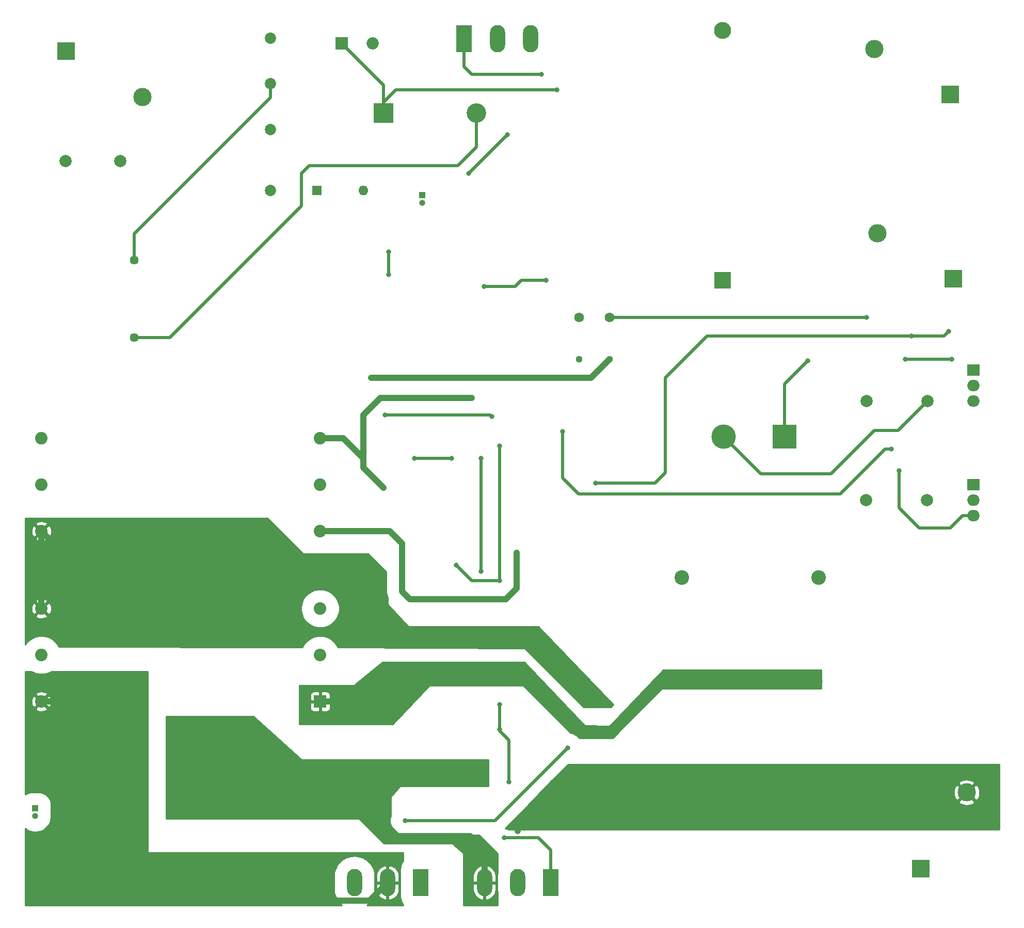
<source format=gbr>
%TF.GenerationSoftware,KiCad,Pcbnew,(5.1.8)-1*%
%TF.CreationDate,2021-03-07T20:35:29-08:00*%
%TF.ProjectId,KiCAD Simulations,4b694341-4420-4536-996d-756c6174696f,rev?*%
%TF.SameCoordinates,Original*%
%TF.FileFunction,Copper,L2,Bot*%
%TF.FilePolarity,Positive*%
%FSLAX46Y46*%
G04 Gerber Fmt 4.6, Leading zero omitted, Abs format (unit mm)*
G04 Created by KiCad (PCBNEW (5.1.8)-1) date 2021-03-07 20:35:29*
%MOMM*%
%LPD*%
G01*
G04 APERTURE LIST*
%TA.AperFunction,ComponentPad*%
%ADD10C,2.049999*%
%TD*%
%TA.AperFunction,ComponentPad*%
%ADD11R,2.049999X2.049999*%
%TD*%
%TA.AperFunction,ComponentPad*%
%ADD12O,1.600000X1.600000*%
%TD*%
%TA.AperFunction,ComponentPad*%
%ADD13R,1.600000X1.600000*%
%TD*%
%TA.AperFunction,ComponentPad*%
%ADD14C,2.000000*%
%TD*%
%TA.AperFunction,ComponentPad*%
%ADD15O,2.000000X2.000000*%
%TD*%
%TA.AperFunction,ComponentPad*%
%ADD16R,2.000000X2.000000*%
%TD*%
%TA.AperFunction,ComponentPad*%
%ADD17O,3.200000X3.200000*%
%TD*%
%TA.AperFunction,ComponentPad*%
%ADD18R,3.200000X3.200000*%
%TD*%
%TA.AperFunction,ComponentPad*%
%ADD19O,2.800000X2.800000*%
%TD*%
%TA.AperFunction,ComponentPad*%
%ADD20R,2.800000X2.800000*%
%TD*%
%TA.AperFunction,ComponentPad*%
%ADD21C,3.000000*%
%TD*%
%TA.AperFunction,ComponentPad*%
%ADD22R,3.000000X3.000000*%
%TD*%
%TA.AperFunction,ComponentPad*%
%ADD23O,1.000000X1.000000*%
%TD*%
%TA.AperFunction,ComponentPad*%
%ADD24R,1.000000X1.000000*%
%TD*%
%TA.AperFunction,ComponentPad*%
%ADD25C,1.447800*%
%TD*%
%TA.AperFunction,ComponentPad*%
%ADD26C,1.117600*%
%TD*%
%TA.AperFunction,ComponentPad*%
%ADD27C,2.400000*%
%TD*%
%TA.AperFunction,ComponentPad*%
%ADD28C,4.000000*%
%TD*%
%TA.AperFunction,ComponentPad*%
%ADD29R,4.000000X4.000000*%
%TD*%
%TA.AperFunction,ComponentPad*%
%ADD30O,2.500000X4.500000*%
%TD*%
%TA.AperFunction,ComponentPad*%
%ADD31R,2.500000X4.500000*%
%TD*%
%TA.AperFunction,ComponentPad*%
%ADD32O,2.000000X1.905000*%
%TD*%
%TA.AperFunction,ComponentPad*%
%ADD33R,2.000000X1.905000*%
%TD*%
%TA.AperFunction,ComponentPad*%
%ADD34C,1.600000*%
%TD*%
%TA.AperFunction,ComponentPad*%
%ADD35C,1.854200*%
%TD*%
%TA.AperFunction,ViaPad*%
%ADD36C,0.800000*%
%TD*%
%TA.AperFunction,Conductor*%
%ADD37C,0.500000*%
%TD*%
%TA.AperFunction,Conductor*%
%ADD38C,1.000000*%
%TD*%
%TA.AperFunction,Conductor*%
%ADD39C,0.250000*%
%TD*%
%TA.AperFunction,Conductor*%
%ADD40C,0.254000*%
%TD*%
%TA.AperFunction,Conductor*%
%ADD41C,0.100000*%
%TD*%
G04 APERTURE END LIST*
D10*
%TO.P,TR1,5*%
%TO.N,Net-(QM3-Pad3)*%
X55626000Y-86614000D03*
%TO.P,TR1,*%
%TO.N,*%
X55626000Y-94234000D03*
%TO.P,TR1,6*%
%TO.N,Net-(Cout21-Pad1)*%
X55626000Y-101854000D03*
%TO.P,TR1,7*%
X55626000Y-114554000D03*
%TO.P,TR1,*%
%TO.N,*%
X55626000Y-122174000D03*
%TO.P,TR1,8*%
%TO.N,Net-(QM4-Pad2)*%
X55626000Y-129794000D03*
D11*
%TO.P,TR1,1*%
%TO.N,Net-(Lr1-Pad1)*%
X101346000Y-129794000D03*
D10*
%TO.P,TR1,*%
%TO.N,*%
X101346000Y-122174000D03*
%TO.P,TR1,2*%
%TO.N,Net-(Cisns2-Pad2)*%
X101346000Y-114554000D03*
%TO.P,TR1,3*%
%TO.N,Net-(Rbw1-Pad1)*%
X101346000Y-101854000D03*
%TO.P,TR1,*%
%TO.N,*%
X101346000Y-94234000D03*
%TO.P,TR1,4*%
%TO.N,GND*%
X101346000Y-86614000D03*
%TD*%
D12*
%TO.P,Disense1,2*%
%TO.N,GND*%
X108458000Y-45974000D03*
D13*
%TO.P,Disense1,1*%
%TO.N,Net-(Cisense1-Pad1)*%
X100838000Y-45974000D03*
%TD*%
D14*
%TO.P,Cr1,2*%
%TO.N,Net-(Cisns2-Pad2)*%
X190914000Y-96774000D03*
%TO.P,Cr1,1*%
%TO.N,Net-(Cin2-Pad1)*%
X200914000Y-96774000D03*
%TD*%
D15*
%TO.P,Dstart1,2*%
%TO.N,Net-(Cin1-Pad1)*%
X109982000Y-21844000D03*
D16*
%TO.P,Dstart1,1*%
%TO.N,Net-(Cout1-Pad1)*%
X104902000Y-21844000D03*
%TD*%
D17*
%TO.P,Dboost1,2*%
%TO.N,Net-(Dboost1-Pad2)*%
X127000000Y-33274000D03*
D18*
%TO.P,Dboost1,1*%
%TO.N,Net-(Cout1-Pad1)*%
X111760000Y-33274000D03*
%TD*%
D19*
%TO.P,Coutx1,2*%
%TO.N,GND*%
X167386000Y-19706000D03*
D20*
%TO.P,Coutx1,1*%
%TO.N,Net-(Cout1-Pad1)*%
X167386000Y-60706000D03*
%TD*%
D21*
%TO.P,J6,2*%
%TO.N,GND1*%
X207398000Y-144726000D03*
D22*
%TO.P,J6,1*%
%TO.N,Net-(Cout21-Pad1)*%
X199898000Y-157226000D03*
%TD*%
D23*
%TO.P,J5,2*%
%TO.N,Net-(Cvcc21-Pad1)*%
X54610000Y-148590000D03*
D24*
%TO.P,J5,1*%
%TO.N,GND*%
X54610000Y-147320000D03*
%TD*%
D21*
%TO.P,J4,2*%
%TO.N,Net-(Cin2-Pad1)*%
X192732000Y-52952000D03*
D22*
%TO.P,J4,1*%
%TO.N,GND*%
X205232000Y-60452000D03*
%TD*%
D21*
%TO.P,J3,2*%
%TO.N,GND*%
X192224000Y-22726000D03*
D22*
%TO.P,J3,1*%
%TO.N,Net-(Cout1-Pad1)*%
X204724000Y-30226000D03*
%TD*%
D23*
%TO.P,J2,2*%
%TO.N,Net-(Cvcc1-Pad1)*%
X118110000Y-48006000D03*
D24*
%TO.P,J2,1*%
%TO.N,GND*%
X118110000Y-46736000D03*
%TD*%
D21*
%TO.P,J1,2*%
%TO.N,Net-(J1-Pad2)*%
X72190000Y-30614000D03*
D22*
%TO.P,J1,1*%
%TO.N,Net-(J1-Pad1)*%
X59690000Y-23114000D03*
%TD*%
D25*
%TO.P,L1,2*%
%TO.N,Net-(Dboost1-Pad2)*%
X70866000Y-70104000D03*
%TO.P,L1,1*%
%TO.N,Net-(Cin1-Pad1)*%
X70866000Y-57404000D03*
%TD*%
D14*
%TO.P,Rntc1,2*%
%TO.N,Net-(J1-Pad1)*%
X59580000Y-41148000D03*
%TO.P,Rntc1,1*%
%TO.N,Net-(Rntc1-Pad1)*%
X68580000Y-41148000D03*
%TD*%
%TO.P,Cr2,2*%
%TO.N,GND*%
X201008000Y-80518000D03*
%TO.P,Cr2,1*%
%TO.N,Net-(Cisns2-Pad2)*%
X191008000Y-80518000D03*
%TD*%
D26*
%TO.P,Cisns2,2*%
%TO.N,Net-(Cisns2-Pad2)*%
X148804000Y-73660000D03*
%TO.P,Cisns2,1*%
%TO.N,Net-(Cisns1-Pad1)*%
X143804000Y-73660000D03*
%TD*%
D27*
%TO.P,Cinx1,2*%
%TO.N,GND*%
X160634000Y-109474000D03*
%TO.P,Cinx1,1*%
%TO.N,Net-(Cin2-Pad1)*%
X183134000Y-109474000D03*
%TD*%
D28*
%TO.P,Cin2,2*%
%TO.N,GND*%
X167546000Y-86360000D03*
D29*
%TO.P,Cin2,1*%
%TO.N,Net-(Cin2-Pad1)*%
X177546000Y-86360000D03*
%TD*%
D30*
%TO.P,QM4,3*%
%TO.N,GND1*%
X106956000Y-159512000D03*
%TO.P,QM4,2*%
%TO.N,Net-(QM4-Pad2)*%
X112406000Y-159512000D03*
D31*
%TO.P,QM4,1*%
%TO.N,Net-(QM4-Pad1)*%
X117856000Y-159512000D03*
%TD*%
D30*
%TO.P,QM3,3*%
%TO.N,Net-(QM3-Pad3)*%
X128292000Y-159512000D03*
%TO.P,QM3,2*%
%TO.N,GND1*%
X133742000Y-159512000D03*
D31*
%TO.P,QM3,1*%
%TO.N,Net-(QM3-Pad1)*%
X139192000Y-159512000D03*
%TD*%
D32*
%TO.P,QM2,3*%
%TO.N,GND*%
X208534000Y-80518000D03*
%TO.P,QM2,2*%
%TO.N,/LLC/HS*%
X208534000Y-77978000D03*
D33*
%TO.P,QM2,1*%
%TO.N,Net-(QM2-Pad1)*%
X208534000Y-75438000D03*
%TD*%
D32*
%TO.P,QM1,3*%
%TO.N,/LLC/HS*%
X208534000Y-99314000D03*
%TO.P,QM1,2*%
%TO.N,Net-(Cin2-Pad1)*%
X208534000Y-96774000D03*
D33*
%TO.P,QM1,1*%
%TO.N,Net-(QM1-Pad1)*%
X208534000Y-94234000D03*
%TD*%
D34*
%TO.P,Cvcr1,2*%
%TO.N,Net-(Cvcr1-Pad2)*%
X143844000Y-66802000D03*
%TO.P,Cvcr1,1*%
%TO.N,Net-(Cisns2-Pad2)*%
X148844000Y-66802000D03*
%TD*%
D35*
%TO.P,Uac1,4*%
%TO.N,Net-(J1-Pad2)*%
X93218000Y-20973999D03*
%TO.P,Uac1,3*%
%TO.N,Net-(Cin1-Pad1)*%
X93218000Y-28474000D03*
%TO.P,Uac1,2*%
%TO.N,Net-(Cin1-Pad2)*%
X93218000Y-35974000D03*
%TO.P,Uac1,1*%
%TO.N,Net-(Rntc1-Pad1)*%
X93218000Y-45974000D03*
%TD*%
D30*
%TO.P,Q1,3*%
%TO.N,GND*%
X135868000Y-21082000D03*
%TO.P,Q1,2*%
%TO.N,Net-(Dboost1-Pad2)*%
X130418000Y-21082000D03*
D31*
%TO.P,Q1,1*%
%TO.N,Net-(Dturnoff1-Pad2)*%
X124968000Y-21082000D03*
%TD*%
D36*
%TO.N,Net-(Cout1-Pad1)*%
X140208000Y-29464000D03*
%TO.N,Net-(Cvsense1-Pad1)*%
X138430000Y-60706000D03*
X128270000Y-61722000D03*
%TO.N,Net-(Dturnoff1-Pad2)*%
X137668000Y-26924000D03*
%TO.N,Net-(Dturnoff1-Pad1)*%
X125730000Y-43180000D03*
X132080000Y-36830000D03*
%TO.N,/LLC/BLK*%
X130810000Y-109982000D03*
X130810000Y-87884000D03*
X123698000Y-107442000D03*
%TO.N,GND*%
X126238000Y-80010000D03*
X112575000Y-59743000D03*
X112575000Y-56081000D03*
X111760000Y-94742000D03*
%TO.N,Net-(Cisns1-Pad1)*%
X122936000Y-89916000D03*
X116840000Y-89916000D03*
%TO.N,Net-(Cin2-Pad1)*%
X181356000Y-73914000D03*
%TO.N,/LLC/HS*%
X196342000Y-91948000D03*
%TO.N,Net-(QM2-Pad1)*%
X204978000Y-73660000D03*
X197358000Y-73660000D03*
%TO.N,Net-(QM3-Pad3)*%
X124460000Y-141986000D03*
X125730000Y-140970000D03*
X122936000Y-140970000D03*
X81788000Y-135636000D03*
X78994000Y-135890000D03*
X79502000Y-133858000D03*
X86106000Y-133604000D03*
X86614000Y-135890000D03*
X83820000Y-133604000D03*
X84836000Y-135382000D03*
X79756000Y-137160000D03*
X81788000Y-134112000D03*
X77724000Y-134366000D03*
X89408000Y-136652000D03*
X88900000Y-134366000D03*
X83566000Y-137414000D03*
%TO.N,Net-(QM3-Pad1)*%
X131572000Y-152146000D03*
%TO.N,Net-(Rbw1-Pad1)*%
X133604000Y-105410000D03*
%TO.N,/LLC/LO*%
X198374000Y-69850000D03*
X146558000Y-93980000D03*
X204470000Y-69088000D03*
%TO.N,/LLC/HO*%
X141097000Y-85471000D03*
X195072000Y-88392000D03*
%TO.N,Net-(Cisns2-Pad2)*%
X191008000Y-66802000D03*
X109728000Y-76708000D03*
%TO.N,Net-(U1LLC1-Pad5)*%
X127762000Y-89916000D03*
X127762000Y-108458000D03*
%TO.N,Net-(Cout21-Pad1)*%
X115316000Y-149352000D03*
X141986000Y-137414000D03*
X147066000Y-129540000D03*
%TO.N,Net-(Cvcc21-Pad1)*%
X129540000Y-83058000D03*
X112014000Y-82804000D03*
%TO.N,Net-(Lr1-Pad1)*%
X181864000Y-126492000D03*
X181102000Y-125222000D03*
X182880000Y-125222000D03*
X183388000Y-126492000D03*
X180594000Y-126492000D03*
%TO.N,GND1*%
X132334000Y-143002000D03*
X130810000Y-130302000D03*
X130810000Y-134366000D03*
X133731000Y-151003000D03*
X151892000Y-147066000D03*
X196088000Y-147066000D03*
X173736000Y-147066000D03*
X161036000Y-147066000D03*
X186436000Y-147066000D03*
X203708000Y-147066000D03*
X134239000Y-149733000D03*
X134874000Y-150622000D03*
X156210000Y-146812000D03*
X164084000Y-147066000D03*
X168402000Y-147066000D03*
X171196000Y-146812000D03*
X177292000Y-146558000D03*
X180340000Y-147320000D03*
X183642000Y-147066000D03*
X189230000Y-147066000D03*
X191770000Y-147066000D03*
X198882000Y-146812000D03*
X201930000Y-146812000D03*
%TD*%
D37*
%TO.N,Net-(Cin1-Pad1)*%
X70866000Y-57404000D02*
X70866000Y-53086000D01*
X93218000Y-30734000D02*
X93218000Y-28474000D01*
X70866000Y-53086000D02*
X93218000Y-30734000D01*
%TO.N,Net-(Dboost1-Pad2)*%
X127000000Y-38862000D02*
X127000000Y-33274000D01*
X123952000Y-41910000D02*
X127000000Y-38862000D01*
X99568000Y-41910000D02*
X123952000Y-41910000D01*
X98298000Y-43180000D02*
X99568000Y-41910000D01*
X98298000Y-48514000D02*
X98298000Y-43180000D01*
X76708000Y-70104000D02*
X98298000Y-48514000D01*
X70866000Y-70104000D02*
X76708000Y-70104000D01*
%TO.N,Net-(Cout1-Pad1)*%
X111760000Y-33274000D02*
X111760000Y-31496000D01*
X111760000Y-31496000D02*
X113792000Y-29464000D01*
X113792000Y-29464000D02*
X140208000Y-29464000D01*
X111760000Y-28702000D02*
X104902000Y-21844000D01*
X111760000Y-33274000D02*
X111760000Y-28702000D01*
%TO.N,Net-(Cvsense1-Pad1)*%
X138430000Y-60706000D02*
X134366000Y-60706000D01*
X134366000Y-60706000D02*
X133350000Y-61722000D01*
X133350000Y-61722000D02*
X128270000Y-61722000D01*
%TO.N,Net-(Dturnoff1-Pad2)*%
X137668000Y-26924000D02*
X126238000Y-26924000D01*
X124968000Y-25654000D02*
X124968000Y-21082000D01*
X126238000Y-26924000D02*
X124968000Y-25654000D01*
%TO.N,Net-(Dturnoff1-Pad1)*%
X125730000Y-43180000D02*
X132080000Y-36830000D01*
%TO.N,/LLC/BLK*%
X130810000Y-87884000D02*
X130810000Y-108966000D01*
X130810000Y-108966000D02*
X130810000Y-109982000D01*
X130810000Y-109982000D02*
X126238000Y-109982000D01*
X126238000Y-109982000D02*
X123698000Y-107442000D01*
X123698000Y-107442000D02*
X123698000Y-107442000D01*
%TO.N,GND*%
X167546000Y-86360000D02*
X173642000Y-92456000D01*
X173642000Y-92456000D02*
X185166000Y-92456000D01*
X185166000Y-92456000D02*
X192278000Y-85344000D01*
X196182000Y-85344000D02*
X201008000Y-80518000D01*
X192278000Y-85344000D02*
X196182000Y-85344000D01*
D38*
X126238000Y-80010000D02*
X111252000Y-80010000D01*
X111252000Y-80010000D02*
X108458000Y-82804000D01*
D37*
X112575000Y-59743000D02*
X112575000Y-56081000D01*
D38*
X108458000Y-91440000D02*
X111760000Y-94742000D01*
X105156000Y-86614000D02*
X108458000Y-89916000D01*
X101346000Y-86614000D02*
X105156000Y-86614000D01*
X108458000Y-89916000D02*
X108458000Y-91440000D01*
X108458000Y-82804000D02*
X108458000Y-89916000D01*
D37*
%TO.N,Net-(Cisns1-Pad1)*%
X122936000Y-89916000D02*
X116840000Y-89916000D01*
D39*
X116840000Y-89916000D02*
X116840000Y-89916000D01*
D37*
%TO.N,Net-(Cin2-Pad1)*%
X177546000Y-86360000D02*
X177546000Y-77724000D01*
X177546000Y-77724000D02*
X181356000Y-73914000D01*
X181356000Y-73914000D02*
X181356000Y-73914000D01*
%TO.N,/LLC/HS*%
X208534000Y-99314000D02*
X206756000Y-99314000D01*
X206756000Y-99314000D02*
X204724000Y-101346000D01*
X204724000Y-101346000D02*
X199644000Y-101346000D01*
X199644000Y-101346000D02*
X196342000Y-98044000D01*
X196342000Y-98044000D02*
X196342000Y-91948000D01*
X196342000Y-91948000D02*
X196342000Y-91948000D01*
%TO.N,Net-(QM2-Pad1)*%
X204978000Y-73660000D02*
X197358000Y-73660000D01*
X197358000Y-73660000D02*
X197358000Y-73660000D01*
D38*
%TO.N,Net-(QM3-Pad3)*%
X128292000Y-159512000D02*
X128292000Y-154200000D01*
X128292000Y-154200000D02*
X125984000Y-151892000D01*
X125984000Y-151892000D02*
X114046000Y-151892000D01*
X114046000Y-151892000D02*
X111252000Y-149098000D01*
X111252000Y-149098000D02*
X111252000Y-143764000D01*
X111252000Y-143764000D02*
X113030000Y-141986000D01*
X113030000Y-141986000D02*
X124460000Y-141986000D01*
D37*
X124460000Y-141986000D02*
X124460000Y-141986000D01*
D38*
X111252000Y-143764000D02*
X89916000Y-143764000D01*
X89916000Y-143764000D02*
X83566000Y-137414000D01*
X83566000Y-137414000D02*
X81788000Y-135636000D01*
D37*
%TO.N,Net-(QM3-Pad1)*%
X139192000Y-159512000D02*
X139192000Y-154178000D01*
X139192000Y-154178000D02*
X137160000Y-152146000D01*
X137160000Y-152146000D02*
X131572000Y-152146000D01*
X131572000Y-152146000D02*
X131572000Y-152146000D01*
D38*
%TO.N,Net-(QM4-Pad2)*%
X62230000Y-129794000D02*
X55626000Y-129794000D01*
X68834000Y-136398000D02*
X62230000Y-129794000D01*
X68834000Y-158750000D02*
X68834000Y-136398000D01*
X72546010Y-162462010D02*
X68834000Y-158750000D01*
X109455990Y-162462010D02*
X72546010Y-162462010D01*
X112406000Y-159512000D02*
X109455990Y-162462010D01*
D37*
%TO.N,Net-(Rbw1-Pad1)*%
X133604000Y-105410000D02*
X133604000Y-105410000D01*
D38*
X112776000Y-101854000D02*
X101346000Y-101854000D01*
X114808000Y-111760000D02*
X114808000Y-103886000D01*
X116078000Y-113030000D02*
X114808000Y-111760000D01*
X131826000Y-113030000D02*
X116078000Y-113030000D01*
X133604000Y-111252000D02*
X131826000Y-113030000D01*
X114808000Y-103886000D02*
X112776000Y-101854000D01*
X133604000Y-105410000D02*
X133604000Y-111252000D01*
D37*
%TO.N,/LLC/LO*%
X156299998Y-93980000D02*
X157988000Y-92291998D01*
X157988000Y-92291998D02*
X157988000Y-76708000D01*
X157988000Y-76708000D02*
X164846000Y-69850000D01*
X164846000Y-69850000D02*
X198374000Y-69850000D01*
X198374000Y-69850000D02*
X198374000Y-69850000D01*
X146558000Y-93980000D02*
X156299998Y-93980000D01*
X198374000Y-69850000D02*
X203708000Y-69850000D01*
X203708000Y-69850000D02*
X204470000Y-69088000D01*
X204470000Y-69088000D02*
X204470000Y-69088000D01*
%TO.N,/LLC/HO*%
X141097000Y-85471000D02*
X141097000Y-93091000D01*
X141097000Y-93091000D02*
X143764000Y-95758000D01*
X143764000Y-95758000D02*
X186436000Y-95758000D01*
X186436000Y-95758000D02*
X186690000Y-95758000D01*
X186690000Y-95758000D02*
X194056000Y-88392000D01*
X194056000Y-88392000D02*
X195072000Y-88392000D01*
X195072000Y-88392000D02*
X195072000Y-88392000D01*
%TO.N,Net-(Cisns2-Pad2)*%
X191008000Y-66802000D02*
X148844000Y-66802000D01*
D38*
X145756000Y-76708000D02*
X148804000Y-73660000D01*
X145756000Y-76708000D02*
X109728000Y-76708000D01*
D37*
%TO.N,Net-(U1LLC1-Pad5)*%
X127762000Y-89916000D02*
X127762000Y-108458000D01*
X127762000Y-108458000D02*
X127762000Y-108458000D01*
%TO.N,Net-(Cout21-Pad1)*%
X115316000Y-149352000D02*
X130048000Y-149352000D01*
X130048000Y-149352000D02*
X141986000Y-137414000D01*
X141986000Y-137414000D02*
X141986000Y-137414000D01*
D38*
X111506000Y-114808000D02*
X115316000Y-118618000D01*
X115316000Y-118618000D02*
X136144000Y-118618000D01*
X136144000Y-118618000D02*
X147066000Y-129540000D01*
X147066000Y-129540000D02*
X147066000Y-129540000D01*
X55626000Y-101854000D02*
X55626000Y-114554000D01*
X61976000Y-108204000D02*
X55626000Y-101854000D01*
X111506000Y-114808000D02*
X111506000Y-110236000D01*
X109474000Y-108204000D02*
X61976000Y-108204000D01*
X111506000Y-110236000D02*
X109474000Y-108204000D01*
D37*
%TO.N,Net-(Cvcc21-Pad1)*%
X129286000Y-82804000D02*
X129540000Y-83058000D01*
X112014000Y-82804000D02*
X129286000Y-82804000D01*
D38*
%TO.N,Net-(Lr1-Pad1)*%
X110236000Y-129794000D02*
X115062000Y-124968000D01*
X115062000Y-124968000D02*
X134620000Y-124968000D01*
X134620000Y-124968000D02*
X144526000Y-134874000D01*
X144526000Y-134874000D02*
X148590000Y-134874000D01*
X148590000Y-134874000D02*
X156972000Y-126492000D01*
X156972000Y-126492000D02*
X180594000Y-126492000D01*
D37*
X181864000Y-126492000D02*
X181864000Y-126492000D01*
D38*
X110236000Y-129794000D02*
X101346000Y-129794000D01*
X180594000Y-126492000D02*
X181864000Y-126492000D01*
D37*
%TO.N,GND1*%
X132334000Y-143002000D02*
X132334000Y-136144000D01*
X132334000Y-136144000D02*
X130810000Y-134620000D01*
X130810000Y-134620000D02*
X130810000Y-134366000D01*
X130810000Y-130302000D02*
X130810000Y-130302000D01*
X130810000Y-134366000D02*
X130810000Y-130302000D01*
D38*
X133731000Y-151003000D02*
X133731000Y-150241000D01*
X133731000Y-150241000D02*
X134239000Y-149733000D01*
X136906000Y-147066000D02*
X151892000Y-147066000D01*
X151892000Y-147066000D02*
X151892000Y-147066000D01*
X134239000Y-149733000D02*
X136906000Y-147066000D01*
%TD*%
D40*
%TO.N,GND1*%
X212725000Y-150749000D02*
X132189588Y-150749000D01*
X132017410Y-150677681D01*
X131740044Y-150622510D01*
X136002809Y-146217653D01*
X206085952Y-146217653D01*
X206241962Y-146533214D01*
X206616745Y-146724020D01*
X207021551Y-146838044D01*
X207440824Y-146870902D01*
X207858451Y-146821334D01*
X208258383Y-146691243D01*
X208554038Y-146533214D01*
X208710048Y-146217653D01*
X207398000Y-144905605D01*
X206085952Y-146217653D01*
X136002809Y-146217653D01*
X137404902Y-144768824D01*
X205253098Y-144768824D01*
X205302666Y-145186451D01*
X205432757Y-145586383D01*
X205590786Y-145882038D01*
X205906347Y-146038048D01*
X207218395Y-144726000D01*
X207577605Y-144726000D01*
X208889653Y-146038048D01*
X209205214Y-145882038D01*
X209396020Y-145507255D01*
X209510044Y-145102449D01*
X209542902Y-144683176D01*
X209493334Y-144265549D01*
X209363243Y-143865617D01*
X209205214Y-143569962D01*
X208889653Y-143413952D01*
X207577605Y-144726000D01*
X207218395Y-144726000D01*
X205906347Y-143413952D01*
X205590786Y-143569962D01*
X205399980Y-143944745D01*
X205285956Y-144349551D01*
X205253098Y-144768824D01*
X137404902Y-144768824D01*
X138889880Y-143234347D01*
X206085952Y-143234347D01*
X207398000Y-144546395D01*
X208710048Y-143234347D01*
X208554038Y-142918786D01*
X208179255Y-142727980D01*
X207774449Y-142613956D01*
X207355176Y-142581098D01*
X206937549Y-142630666D01*
X206537617Y-142760757D01*
X206241962Y-142918786D01*
X206085952Y-143234347D01*
X138889880Y-143234347D01*
X139028512Y-143091094D01*
X142038606Y-140081000D01*
X212725000Y-140081000D01*
X212725000Y-150749000D01*
%TA.AperFunction,Conductor*%
D41*
G36*
X212725000Y-150749000D02*
G01*
X132189588Y-150749000D01*
X132017410Y-150677681D01*
X131740044Y-150622510D01*
X136002809Y-146217653D01*
X206085952Y-146217653D01*
X206241962Y-146533214D01*
X206616745Y-146724020D01*
X207021551Y-146838044D01*
X207440824Y-146870902D01*
X207858451Y-146821334D01*
X208258383Y-146691243D01*
X208554038Y-146533214D01*
X208710048Y-146217653D01*
X207398000Y-144905605D01*
X206085952Y-146217653D01*
X136002809Y-146217653D01*
X137404902Y-144768824D01*
X205253098Y-144768824D01*
X205302666Y-145186451D01*
X205432757Y-145586383D01*
X205590786Y-145882038D01*
X205906347Y-146038048D01*
X207218395Y-144726000D01*
X207577605Y-144726000D01*
X208889653Y-146038048D01*
X209205214Y-145882038D01*
X209396020Y-145507255D01*
X209510044Y-145102449D01*
X209542902Y-144683176D01*
X209493334Y-144265549D01*
X209363243Y-143865617D01*
X209205214Y-143569962D01*
X208889653Y-143413952D01*
X207577605Y-144726000D01*
X207218395Y-144726000D01*
X205906347Y-143413952D01*
X205590786Y-143569962D01*
X205399980Y-143944745D01*
X205285956Y-144349551D01*
X205253098Y-144768824D01*
X137404902Y-144768824D01*
X138889880Y-143234347D01*
X206085952Y-143234347D01*
X207398000Y-144546395D01*
X208710048Y-143234347D01*
X208554038Y-142918786D01*
X208179255Y-142727980D01*
X207774449Y-142613956D01*
X207355176Y-142581098D01*
X206937549Y-142630666D01*
X206537617Y-142760757D01*
X206241962Y-142918786D01*
X206085952Y-143234347D01*
X138889880Y-143234347D01*
X139028512Y-143091094D01*
X142038606Y-140081000D01*
X212725000Y-140081000D01*
X212725000Y-150749000D01*
G37*
%TD.AperFunction*%
%TD*%
D40*
%TO.N,Net-(Cout21-Pad1)*%
X98462197Y-105499803D02*
X98481443Y-105515597D01*
X98503399Y-105527333D01*
X98527224Y-105534560D01*
X98552000Y-105537000D01*
X109167394Y-105537000D01*
X112181000Y-108550606D01*
X112181000Y-111630955D01*
X112168290Y-111760000D01*
X112181000Y-111889045D01*
X112181000Y-111889047D01*
X112219011Y-112274981D01*
X112369226Y-112770172D01*
X112395000Y-112818392D01*
X112395000Y-113792000D01*
X112397440Y-113816776D01*
X112404667Y-113840601D01*
X112416403Y-113862557D01*
X112428935Y-113878417D01*
X115730935Y-117434417D01*
X115749583Y-117450913D01*
X115771090Y-117463454D01*
X115794630Y-117471557D01*
X115824000Y-117475000D01*
X137105959Y-117475000D01*
X149447911Y-130300951D01*
X149065862Y-130683000D01*
X144578606Y-130683000D01*
X134963803Y-121068197D01*
X134944557Y-121052403D01*
X134922601Y-121040667D01*
X134898776Y-121033440D01*
X134874388Y-121031001D01*
X104245455Y-120937334D01*
X104139265Y-120680969D01*
X103794317Y-120164718D01*
X103355282Y-119725683D01*
X102839031Y-119380735D01*
X102265404Y-119143131D01*
X101656445Y-119022001D01*
X101035555Y-119022001D01*
X100426596Y-119143131D01*
X99852969Y-119380735D01*
X99336718Y-119725683D01*
X98897683Y-120164718D01*
X98552735Y-120680969D01*
X98453881Y-120919623D01*
X58467468Y-120797341D01*
X58419265Y-120680969D01*
X58074317Y-120164718D01*
X57635282Y-119725683D01*
X57119031Y-119380735D01*
X56545404Y-119143131D01*
X55936445Y-119022001D01*
X55315555Y-119022001D01*
X54706596Y-119143131D01*
X54132969Y-119380735D01*
X53616718Y-119725683D01*
X53177683Y-120164718D01*
X52952000Y-120502476D01*
X52952000Y-115707240D01*
X54652365Y-115707240D01*
X54751148Y-115974197D01*
X55045025Y-116117584D01*
X55361228Y-116200883D01*
X55687607Y-116220893D01*
X56011618Y-116176845D01*
X56320809Y-116070432D01*
X56500852Y-115974197D01*
X56599635Y-115707240D01*
X55626000Y-114733605D01*
X54652365Y-115707240D01*
X52952000Y-115707240D01*
X52952000Y-114615607D01*
X53959107Y-114615607D01*
X54003155Y-114939618D01*
X54109568Y-115248809D01*
X54205803Y-115428852D01*
X54472760Y-115527635D01*
X55446395Y-114554000D01*
X55805605Y-114554000D01*
X56779240Y-115527635D01*
X57046197Y-115428852D01*
X57189584Y-115134975D01*
X57272883Y-114818772D01*
X57292893Y-114492393D01*
X57259065Y-114243555D01*
X98194001Y-114243555D01*
X98194001Y-114864445D01*
X98315131Y-115473404D01*
X98552735Y-116047031D01*
X98897683Y-116563282D01*
X99336718Y-117002317D01*
X99852969Y-117347265D01*
X100426596Y-117584869D01*
X101035555Y-117705999D01*
X101656445Y-117705999D01*
X102265404Y-117584869D01*
X102839031Y-117347265D01*
X103355282Y-117002317D01*
X103794317Y-116563282D01*
X104139265Y-116047031D01*
X104376869Y-115473404D01*
X104497999Y-114864445D01*
X104497999Y-114243555D01*
X104376869Y-113634596D01*
X104139265Y-113060969D01*
X103794317Y-112544718D01*
X103355282Y-112105683D01*
X102839031Y-111760735D01*
X102265404Y-111523131D01*
X101656445Y-111402001D01*
X101035555Y-111402001D01*
X100426596Y-111523131D01*
X99852969Y-111760735D01*
X99336718Y-112105683D01*
X98897683Y-112544718D01*
X98552735Y-113060969D01*
X98315131Y-113634596D01*
X98194001Y-114243555D01*
X57259065Y-114243555D01*
X57248845Y-114168382D01*
X57142432Y-113859191D01*
X57046197Y-113679148D01*
X56779240Y-113580365D01*
X55805605Y-114554000D01*
X55446395Y-114554000D01*
X54472760Y-113580365D01*
X54205803Y-113679148D01*
X54062416Y-113973025D01*
X53979117Y-114289228D01*
X53959107Y-114615607D01*
X52952000Y-114615607D01*
X52952000Y-113400760D01*
X54652365Y-113400760D01*
X55626000Y-114374395D01*
X56599635Y-113400760D01*
X56500852Y-113133803D01*
X56206975Y-112990416D01*
X55890772Y-112907117D01*
X55564393Y-112887107D01*
X55240382Y-112931155D01*
X54931191Y-113037568D01*
X54751148Y-113133803D01*
X54652365Y-113400760D01*
X52952000Y-113400760D01*
X52952000Y-103007240D01*
X54652365Y-103007240D01*
X54751148Y-103274197D01*
X55045025Y-103417584D01*
X55361228Y-103500883D01*
X55687607Y-103520893D01*
X56011618Y-103476845D01*
X56320809Y-103370432D01*
X56500852Y-103274197D01*
X56599635Y-103007240D01*
X55626000Y-102033605D01*
X54652365Y-103007240D01*
X52952000Y-103007240D01*
X52952000Y-101915607D01*
X53959107Y-101915607D01*
X54003155Y-102239618D01*
X54109568Y-102548809D01*
X54205803Y-102728852D01*
X54472760Y-102827635D01*
X55446395Y-101854000D01*
X55805605Y-101854000D01*
X56779240Y-102827635D01*
X57046197Y-102728852D01*
X57189584Y-102434975D01*
X57272883Y-102118772D01*
X57292893Y-101792393D01*
X57248845Y-101468382D01*
X57142432Y-101159191D01*
X57046197Y-100979148D01*
X56779240Y-100880365D01*
X55805605Y-101854000D01*
X55446395Y-101854000D01*
X54472760Y-100880365D01*
X54205803Y-100979148D01*
X54062416Y-101273025D01*
X53979117Y-101589228D01*
X53959107Y-101915607D01*
X52952000Y-101915607D01*
X52952000Y-100700760D01*
X54652365Y-100700760D01*
X55626000Y-101674395D01*
X56599635Y-100700760D01*
X56500852Y-100433803D01*
X56206975Y-100290416D01*
X55890772Y-100207117D01*
X55564393Y-100187107D01*
X55240382Y-100231155D01*
X54931191Y-100337568D01*
X54751148Y-100433803D01*
X54652365Y-100700760D01*
X52952000Y-100700760D01*
X52952000Y-99695000D01*
X92657394Y-99695000D01*
X98462197Y-105499803D01*
%TA.AperFunction,Conductor*%
D41*
G36*
X98462197Y-105499803D02*
G01*
X98481443Y-105515597D01*
X98503399Y-105527333D01*
X98527224Y-105534560D01*
X98552000Y-105537000D01*
X109167394Y-105537000D01*
X112181000Y-108550606D01*
X112181000Y-111630955D01*
X112168290Y-111760000D01*
X112181000Y-111889045D01*
X112181000Y-111889047D01*
X112219011Y-112274981D01*
X112369226Y-112770172D01*
X112395000Y-112818392D01*
X112395000Y-113792000D01*
X112397440Y-113816776D01*
X112404667Y-113840601D01*
X112416403Y-113862557D01*
X112428935Y-113878417D01*
X115730935Y-117434417D01*
X115749583Y-117450913D01*
X115771090Y-117463454D01*
X115794630Y-117471557D01*
X115824000Y-117475000D01*
X137105959Y-117475000D01*
X149447911Y-130300951D01*
X149065862Y-130683000D01*
X144578606Y-130683000D01*
X134963803Y-121068197D01*
X134944557Y-121052403D01*
X134922601Y-121040667D01*
X134898776Y-121033440D01*
X134874388Y-121031001D01*
X104245455Y-120937334D01*
X104139265Y-120680969D01*
X103794317Y-120164718D01*
X103355282Y-119725683D01*
X102839031Y-119380735D01*
X102265404Y-119143131D01*
X101656445Y-119022001D01*
X101035555Y-119022001D01*
X100426596Y-119143131D01*
X99852969Y-119380735D01*
X99336718Y-119725683D01*
X98897683Y-120164718D01*
X98552735Y-120680969D01*
X98453881Y-120919623D01*
X58467468Y-120797341D01*
X58419265Y-120680969D01*
X58074317Y-120164718D01*
X57635282Y-119725683D01*
X57119031Y-119380735D01*
X56545404Y-119143131D01*
X55936445Y-119022001D01*
X55315555Y-119022001D01*
X54706596Y-119143131D01*
X54132969Y-119380735D01*
X53616718Y-119725683D01*
X53177683Y-120164718D01*
X52952000Y-120502476D01*
X52952000Y-115707240D01*
X54652365Y-115707240D01*
X54751148Y-115974197D01*
X55045025Y-116117584D01*
X55361228Y-116200883D01*
X55687607Y-116220893D01*
X56011618Y-116176845D01*
X56320809Y-116070432D01*
X56500852Y-115974197D01*
X56599635Y-115707240D01*
X55626000Y-114733605D01*
X54652365Y-115707240D01*
X52952000Y-115707240D01*
X52952000Y-114615607D01*
X53959107Y-114615607D01*
X54003155Y-114939618D01*
X54109568Y-115248809D01*
X54205803Y-115428852D01*
X54472760Y-115527635D01*
X55446395Y-114554000D01*
X55805605Y-114554000D01*
X56779240Y-115527635D01*
X57046197Y-115428852D01*
X57189584Y-115134975D01*
X57272883Y-114818772D01*
X57292893Y-114492393D01*
X57259065Y-114243555D01*
X98194001Y-114243555D01*
X98194001Y-114864445D01*
X98315131Y-115473404D01*
X98552735Y-116047031D01*
X98897683Y-116563282D01*
X99336718Y-117002317D01*
X99852969Y-117347265D01*
X100426596Y-117584869D01*
X101035555Y-117705999D01*
X101656445Y-117705999D01*
X102265404Y-117584869D01*
X102839031Y-117347265D01*
X103355282Y-117002317D01*
X103794317Y-116563282D01*
X104139265Y-116047031D01*
X104376869Y-115473404D01*
X104497999Y-114864445D01*
X104497999Y-114243555D01*
X104376869Y-113634596D01*
X104139265Y-113060969D01*
X103794317Y-112544718D01*
X103355282Y-112105683D01*
X102839031Y-111760735D01*
X102265404Y-111523131D01*
X101656445Y-111402001D01*
X101035555Y-111402001D01*
X100426596Y-111523131D01*
X99852969Y-111760735D01*
X99336718Y-112105683D01*
X98897683Y-112544718D01*
X98552735Y-113060969D01*
X98315131Y-113634596D01*
X98194001Y-114243555D01*
X57259065Y-114243555D01*
X57248845Y-114168382D01*
X57142432Y-113859191D01*
X57046197Y-113679148D01*
X56779240Y-113580365D01*
X55805605Y-114554000D01*
X55446395Y-114554000D01*
X54472760Y-113580365D01*
X54205803Y-113679148D01*
X54062416Y-113973025D01*
X53979117Y-114289228D01*
X53959107Y-114615607D01*
X52952000Y-114615607D01*
X52952000Y-113400760D01*
X54652365Y-113400760D01*
X55626000Y-114374395D01*
X56599635Y-113400760D01*
X56500852Y-113133803D01*
X56206975Y-112990416D01*
X55890772Y-112907117D01*
X55564393Y-112887107D01*
X55240382Y-112931155D01*
X54931191Y-113037568D01*
X54751148Y-113133803D01*
X54652365Y-113400760D01*
X52952000Y-113400760D01*
X52952000Y-103007240D01*
X54652365Y-103007240D01*
X54751148Y-103274197D01*
X55045025Y-103417584D01*
X55361228Y-103500883D01*
X55687607Y-103520893D01*
X56011618Y-103476845D01*
X56320809Y-103370432D01*
X56500852Y-103274197D01*
X56599635Y-103007240D01*
X55626000Y-102033605D01*
X54652365Y-103007240D01*
X52952000Y-103007240D01*
X52952000Y-101915607D01*
X53959107Y-101915607D01*
X54003155Y-102239618D01*
X54109568Y-102548809D01*
X54205803Y-102728852D01*
X54472760Y-102827635D01*
X55446395Y-101854000D01*
X55805605Y-101854000D01*
X56779240Y-102827635D01*
X57046197Y-102728852D01*
X57189584Y-102434975D01*
X57272883Y-102118772D01*
X57292893Y-101792393D01*
X57248845Y-101468382D01*
X57142432Y-101159191D01*
X57046197Y-100979148D01*
X56779240Y-100880365D01*
X55805605Y-101854000D01*
X55446395Y-101854000D01*
X54472760Y-100880365D01*
X54205803Y-100979148D01*
X54062416Y-101273025D01*
X53979117Y-101589228D01*
X53959107Y-101915607D01*
X52952000Y-101915607D01*
X52952000Y-100700760D01*
X54652365Y-100700760D01*
X55626000Y-101674395D01*
X56599635Y-100700760D01*
X56500852Y-100433803D01*
X56206975Y-100290416D01*
X55890772Y-100207117D01*
X55564393Y-100187107D01*
X55240382Y-100231155D01*
X54931191Y-100337568D01*
X54751148Y-100433803D01*
X54652365Y-100700760D01*
X52952000Y-100700760D01*
X52952000Y-99695000D01*
X92657394Y-99695000D01*
X98462197Y-105499803D01*
G37*
%TD.AperFunction*%
%TD*%
D40*
%TO.N,Net-(QM4-Pad2)*%
X54132969Y-124967265D02*
X54706596Y-125204869D01*
X55315555Y-125325999D01*
X55936445Y-125325999D01*
X56545404Y-125204869D01*
X57119031Y-124967265D01*
X57308000Y-124841000D01*
X73025000Y-124841000D01*
X73025000Y-154432000D01*
X73027440Y-154456776D01*
X73034667Y-154480601D01*
X73046403Y-154502557D01*
X73062197Y-154521803D01*
X73081443Y-154537597D01*
X73103399Y-154549333D01*
X73127224Y-154556560D01*
X73152000Y-154559000D01*
X114935000Y-154559000D01*
X114935000Y-155945310D01*
X114828907Y-156074585D01*
X114631401Y-156444094D01*
X114509776Y-156845035D01*
X114468709Y-157262000D01*
X114468709Y-161762000D01*
X114509776Y-162178965D01*
X114631401Y-162579906D01*
X114828907Y-162949415D01*
X114935000Y-163078690D01*
X114935000Y-163202000D01*
X109001419Y-163202000D01*
X109355453Y-162911453D01*
X109777458Y-162397238D01*
X110091036Y-161810575D01*
X110284137Y-161174008D01*
X110333000Y-160677893D01*
X110333000Y-159639000D01*
X110521000Y-159639000D01*
X110521000Y-160639000D01*
X110581996Y-161004305D01*
X110713088Y-161350691D01*
X110909237Y-161664847D01*
X111162906Y-161934699D01*
X111464347Y-162149878D01*
X111801975Y-162302114D01*
X111986355Y-162349695D01*
X112279000Y-162233572D01*
X112279000Y-159639000D01*
X112533000Y-159639000D01*
X112533000Y-162233572D01*
X112825645Y-162349695D01*
X113010025Y-162302114D01*
X113347653Y-162149878D01*
X113649094Y-161934699D01*
X113902763Y-161664847D01*
X114098912Y-161350691D01*
X114230004Y-161004305D01*
X114291000Y-160639000D01*
X114291000Y-159639000D01*
X112533000Y-159639000D01*
X112279000Y-159639000D01*
X110521000Y-159639000D01*
X110333000Y-159639000D01*
X110333000Y-158385000D01*
X110521000Y-158385000D01*
X110521000Y-159385000D01*
X112279000Y-159385000D01*
X112279000Y-156790428D01*
X112533000Y-156790428D01*
X112533000Y-159385000D01*
X114291000Y-159385000D01*
X114291000Y-158385000D01*
X114230004Y-158019695D01*
X114098912Y-157673309D01*
X113902763Y-157359153D01*
X113649094Y-157089301D01*
X113347653Y-156874122D01*
X113010025Y-156721886D01*
X112825645Y-156674305D01*
X112533000Y-156790428D01*
X112279000Y-156790428D01*
X111986355Y-156674305D01*
X111801975Y-156721886D01*
X111464347Y-156874122D01*
X111162906Y-157089301D01*
X110909237Y-157359153D01*
X110713088Y-157673309D01*
X110581996Y-158019695D01*
X110521000Y-158385000D01*
X110333000Y-158385000D01*
X110333000Y-158346107D01*
X110284137Y-157849992D01*
X110091036Y-157213425D01*
X109777458Y-156626762D01*
X109355453Y-156112547D01*
X108841238Y-155690542D01*
X108254575Y-155376964D01*
X107618008Y-155183863D01*
X106956000Y-155118661D01*
X106293993Y-155183863D01*
X105657426Y-155376964D01*
X105070763Y-155690542D01*
X104556548Y-156112547D01*
X104134543Y-156626762D01*
X103820964Y-157213425D01*
X103627863Y-157849992D01*
X103579000Y-158346107D01*
X103579000Y-160677892D01*
X103627863Y-161174007D01*
X103820964Y-161810574D01*
X104134542Y-162397237D01*
X104556547Y-162911453D01*
X104910580Y-163202000D01*
X52952000Y-163202000D01*
X52952000Y-150641626D01*
X53365649Y-150918017D01*
X53843732Y-151116046D01*
X54351263Y-151217000D01*
X54868737Y-151217000D01*
X55376268Y-151116046D01*
X55854351Y-150918017D01*
X56284615Y-150630524D01*
X56650524Y-150264615D01*
X56938017Y-149834351D01*
X57136046Y-149356268D01*
X57237000Y-148848737D01*
X57237000Y-148331263D01*
X57210204Y-148196552D01*
X57247291Y-147820000D01*
X57247291Y-146820000D01*
X57206224Y-146403035D01*
X57084599Y-146002094D01*
X56887093Y-145632585D01*
X56621293Y-145308707D01*
X56297415Y-145042907D01*
X55927906Y-144845401D01*
X55526965Y-144723776D01*
X55110000Y-144682709D01*
X54110000Y-144682709D01*
X53693035Y-144723776D01*
X53292094Y-144845401D01*
X52952000Y-145027184D01*
X52952000Y-130947240D01*
X54652365Y-130947240D01*
X54751148Y-131214197D01*
X55045025Y-131357584D01*
X55361228Y-131440883D01*
X55687607Y-131460893D01*
X56011618Y-131416845D01*
X56320809Y-131310432D01*
X56500852Y-131214197D01*
X56599635Y-130947240D01*
X55626000Y-129973605D01*
X54652365Y-130947240D01*
X52952000Y-130947240D01*
X52952000Y-129855607D01*
X53959107Y-129855607D01*
X54003155Y-130179618D01*
X54109568Y-130488809D01*
X54205803Y-130668852D01*
X54472760Y-130767635D01*
X55446395Y-129794000D01*
X55805605Y-129794000D01*
X56779240Y-130767635D01*
X57046197Y-130668852D01*
X57189584Y-130374975D01*
X57272883Y-130058772D01*
X57292893Y-129732393D01*
X57248845Y-129408382D01*
X57142432Y-129099191D01*
X57046197Y-128919148D01*
X56779240Y-128820365D01*
X55805605Y-129794000D01*
X55446395Y-129794000D01*
X54472760Y-128820365D01*
X54205803Y-128919148D01*
X54062416Y-129213025D01*
X53979117Y-129529228D01*
X53959107Y-129855607D01*
X52952000Y-129855607D01*
X52952000Y-128640760D01*
X54652365Y-128640760D01*
X55626000Y-129614395D01*
X56599635Y-128640760D01*
X56500852Y-128373803D01*
X56206975Y-128230416D01*
X55890772Y-128147117D01*
X55564393Y-128127107D01*
X55240382Y-128171155D01*
X54931191Y-128277568D01*
X54751148Y-128373803D01*
X54652365Y-128640760D01*
X52952000Y-128640760D01*
X52952000Y-124841000D01*
X53944000Y-124841000D01*
X54132969Y-124967265D01*
%TA.AperFunction,Conductor*%
D41*
G36*
X54132969Y-124967265D02*
G01*
X54706596Y-125204869D01*
X55315555Y-125325999D01*
X55936445Y-125325999D01*
X56545404Y-125204869D01*
X57119031Y-124967265D01*
X57308000Y-124841000D01*
X73025000Y-124841000D01*
X73025000Y-154432000D01*
X73027440Y-154456776D01*
X73034667Y-154480601D01*
X73046403Y-154502557D01*
X73062197Y-154521803D01*
X73081443Y-154537597D01*
X73103399Y-154549333D01*
X73127224Y-154556560D01*
X73152000Y-154559000D01*
X114935000Y-154559000D01*
X114935000Y-155945310D01*
X114828907Y-156074585D01*
X114631401Y-156444094D01*
X114509776Y-156845035D01*
X114468709Y-157262000D01*
X114468709Y-161762000D01*
X114509776Y-162178965D01*
X114631401Y-162579906D01*
X114828907Y-162949415D01*
X114935000Y-163078690D01*
X114935000Y-163202000D01*
X109001419Y-163202000D01*
X109355453Y-162911453D01*
X109777458Y-162397238D01*
X110091036Y-161810575D01*
X110284137Y-161174008D01*
X110333000Y-160677893D01*
X110333000Y-159639000D01*
X110521000Y-159639000D01*
X110521000Y-160639000D01*
X110581996Y-161004305D01*
X110713088Y-161350691D01*
X110909237Y-161664847D01*
X111162906Y-161934699D01*
X111464347Y-162149878D01*
X111801975Y-162302114D01*
X111986355Y-162349695D01*
X112279000Y-162233572D01*
X112279000Y-159639000D01*
X112533000Y-159639000D01*
X112533000Y-162233572D01*
X112825645Y-162349695D01*
X113010025Y-162302114D01*
X113347653Y-162149878D01*
X113649094Y-161934699D01*
X113902763Y-161664847D01*
X114098912Y-161350691D01*
X114230004Y-161004305D01*
X114291000Y-160639000D01*
X114291000Y-159639000D01*
X112533000Y-159639000D01*
X112279000Y-159639000D01*
X110521000Y-159639000D01*
X110333000Y-159639000D01*
X110333000Y-158385000D01*
X110521000Y-158385000D01*
X110521000Y-159385000D01*
X112279000Y-159385000D01*
X112279000Y-156790428D01*
X112533000Y-156790428D01*
X112533000Y-159385000D01*
X114291000Y-159385000D01*
X114291000Y-158385000D01*
X114230004Y-158019695D01*
X114098912Y-157673309D01*
X113902763Y-157359153D01*
X113649094Y-157089301D01*
X113347653Y-156874122D01*
X113010025Y-156721886D01*
X112825645Y-156674305D01*
X112533000Y-156790428D01*
X112279000Y-156790428D01*
X111986355Y-156674305D01*
X111801975Y-156721886D01*
X111464347Y-156874122D01*
X111162906Y-157089301D01*
X110909237Y-157359153D01*
X110713088Y-157673309D01*
X110581996Y-158019695D01*
X110521000Y-158385000D01*
X110333000Y-158385000D01*
X110333000Y-158346107D01*
X110284137Y-157849992D01*
X110091036Y-157213425D01*
X109777458Y-156626762D01*
X109355453Y-156112547D01*
X108841238Y-155690542D01*
X108254575Y-155376964D01*
X107618008Y-155183863D01*
X106956000Y-155118661D01*
X106293993Y-155183863D01*
X105657426Y-155376964D01*
X105070763Y-155690542D01*
X104556548Y-156112547D01*
X104134543Y-156626762D01*
X103820964Y-157213425D01*
X103627863Y-157849992D01*
X103579000Y-158346107D01*
X103579000Y-160677892D01*
X103627863Y-161174007D01*
X103820964Y-161810574D01*
X104134542Y-162397237D01*
X104556547Y-162911453D01*
X104910580Y-163202000D01*
X52952000Y-163202000D01*
X52952000Y-150641626D01*
X53365649Y-150918017D01*
X53843732Y-151116046D01*
X54351263Y-151217000D01*
X54868737Y-151217000D01*
X55376268Y-151116046D01*
X55854351Y-150918017D01*
X56284615Y-150630524D01*
X56650524Y-150264615D01*
X56938017Y-149834351D01*
X57136046Y-149356268D01*
X57237000Y-148848737D01*
X57237000Y-148331263D01*
X57210204Y-148196552D01*
X57247291Y-147820000D01*
X57247291Y-146820000D01*
X57206224Y-146403035D01*
X57084599Y-146002094D01*
X56887093Y-145632585D01*
X56621293Y-145308707D01*
X56297415Y-145042907D01*
X55927906Y-144845401D01*
X55526965Y-144723776D01*
X55110000Y-144682709D01*
X54110000Y-144682709D01*
X53693035Y-144723776D01*
X53292094Y-144845401D01*
X52952000Y-145027184D01*
X52952000Y-130947240D01*
X54652365Y-130947240D01*
X54751148Y-131214197D01*
X55045025Y-131357584D01*
X55361228Y-131440883D01*
X55687607Y-131460893D01*
X56011618Y-131416845D01*
X56320809Y-131310432D01*
X56500852Y-131214197D01*
X56599635Y-130947240D01*
X55626000Y-129973605D01*
X54652365Y-130947240D01*
X52952000Y-130947240D01*
X52952000Y-129855607D01*
X53959107Y-129855607D01*
X54003155Y-130179618D01*
X54109568Y-130488809D01*
X54205803Y-130668852D01*
X54472760Y-130767635D01*
X55446395Y-129794000D01*
X55805605Y-129794000D01*
X56779240Y-130767635D01*
X57046197Y-130668852D01*
X57189584Y-130374975D01*
X57272883Y-130058772D01*
X57292893Y-129732393D01*
X57248845Y-129408382D01*
X57142432Y-129099191D01*
X57046197Y-128919148D01*
X56779240Y-128820365D01*
X55805605Y-129794000D01*
X55446395Y-129794000D01*
X54472760Y-128820365D01*
X54205803Y-128919148D01*
X54062416Y-129213025D01*
X53979117Y-129529228D01*
X53959107Y-129855607D01*
X52952000Y-129855607D01*
X52952000Y-128640760D01*
X54652365Y-128640760D01*
X55626000Y-129614395D01*
X56599635Y-128640760D01*
X56500852Y-128373803D01*
X56206975Y-128230416D01*
X55890772Y-128147117D01*
X55564393Y-128127107D01*
X55240382Y-128171155D01*
X54931191Y-128277568D01*
X54751148Y-128373803D01*
X54652365Y-128640760D01*
X52952000Y-128640760D01*
X52952000Y-124841000D01*
X53944000Y-124841000D01*
X54132969Y-124967265D01*
G37*
%TD.AperFunction*%
%TD*%
D40*
%TO.N,Net-(QM3-Pad3)*%
X98212874Y-139286247D02*
X98232896Y-139301043D01*
X98255420Y-139311649D01*
X98279581Y-139317657D01*
X98298000Y-139319000D01*
X128905000Y-139319000D01*
X128905000Y-143637000D01*
X114554000Y-143637000D01*
X114529224Y-143639440D01*
X114505399Y-143646667D01*
X114483443Y-143658403D01*
X114457574Y-143681349D01*
X112933574Y-145459349D01*
X112919303Y-145479749D01*
X112909285Y-145502541D01*
X112903907Y-145526850D01*
X112903000Y-145542000D01*
X112903000Y-148574128D01*
X112886111Y-148614901D01*
X112789000Y-149103112D01*
X112789000Y-149600888D01*
X112886111Y-150089099D01*
X113076602Y-150548983D01*
X113353151Y-150962869D01*
X113705131Y-151314849D01*
X114119017Y-151591398D01*
X114578901Y-151781889D01*
X115067112Y-151879000D01*
X115564888Y-151879000D01*
X116053099Y-151781889D01*
X116180784Y-151729000D01*
X127419394Y-151729000D01*
X130429000Y-154738606D01*
X130429000Y-157800092D01*
X130413863Y-157849992D01*
X130365000Y-158346107D01*
X130365000Y-160677892D01*
X130413863Y-161174007D01*
X130429000Y-161223907D01*
X130429000Y-163202000D01*
X124841000Y-163202000D01*
X124841000Y-159639000D01*
X126407000Y-159639000D01*
X126407000Y-160639000D01*
X126467996Y-161004305D01*
X126599088Y-161350691D01*
X126795237Y-161664847D01*
X127048906Y-161934699D01*
X127350347Y-162149878D01*
X127687975Y-162302114D01*
X127872355Y-162349695D01*
X128165000Y-162233572D01*
X128165000Y-159639000D01*
X128419000Y-159639000D01*
X128419000Y-162233572D01*
X128711645Y-162349695D01*
X128896025Y-162302114D01*
X129233653Y-162149878D01*
X129535094Y-161934699D01*
X129788763Y-161664847D01*
X129984912Y-161350691D01*
X130116004Y-161004305D01*
X130177000Y-160639000D01*
X130177000Y-159639000D01*
X128419000Y-159639000D01*
X128165000Y-159639000D01*
X126407000Y-159639000D01*
X124841000Y-159639000D01*
X124841000Y-158385000D01*
X126407000Y-158385000D01*
X126407000Y-159385000D01*
X128165000Y-159385000D01*
X128165000Y-156790428D01*
X128419000Y-156790428D01*
X128419000Y-159385000D01*
X130177000Y-159385000D01*
X130177000Y-158385000D01*
X130116004Y-158019695D01*
X129984912Y-157673309D01*
X129788763Y-157359153D01*
X129535094Y-157089301D01*
X129233653Y-156874122D01*
X128896025Y-156721886D01*
X128711645Y-156674305D01*
X128419000Y-156790428D01*
X128165000Y-156790428D01*
X127872355Y-156674305D01*
X127687975Y-156721886D01*
X127350347Y-156874122D01*
X127048906Y-157089301D01*
X126795237Y-157359153D01*
X126599088Y-157673309D01*
X126467996Y-158019695D01*
X126407000Y-158385000D01*
X124841000Y-158385000D01*
X124841000Y-154686000D01*
X124838560Y-154661224D01*
X124831333Y-154637399D01*
X124819597Y-154615443D01*
X124796651Y-154589574D01*
X123018651Y-153065574D01*
X122998251Y-153051303D01*
X122975459Y-153041285D01*
X122951150Y-153035907D01*
X122936000Y-153035000D01*
X111812606Y-153035000D01*
X107785803Y-149008197D01*
X107766557Y-148992403D01*
X107744601Y-148980667D01*
X107720776Y-148973440D01*
X107696000Y-148971000D01*
X76073000Y-148971000D01*
X76073000Y-132207000D01*
X90375136Y-132207000D01*
X98212874Y-139286247D01*
%TA.AperFunction,Conductor*%
D41*
G36*
X98212874Y-139286247D02*
G01*
X98232896Y-139301043D01*
X98255420Y-139311649D01*
X98279581Y-139317657D01*
X98298000Y-139319000D01*
X128905000Y-139319000D01*
X128905000Y-143637000D01*
X114554000Y-143637000D01*
X114529224Y-143639440D01*
X114505399Y-143646667D01*
X114483443Y-143658403D01*
X114457574Y-143681349D01*
X112933574Y-145459349D01*
X112919303Y-145479749D01*
X112909285Y-145502541D01*
X112903907Y-145526850D01*
X112903000Y-145542000D01*
X112903000Y-148574128D01*
X112886111Y-148614901D01*
X112789000Y-149103112D01*
X112789000Y-149600888D01*
X112886111Y-150089099D01*
X113076602Y-150548983D01*
X113353151Y-150962869D01*
X113705131Y-151314849D01*
X114119017Y-151591398D01*
X114578901Y-151781889D01*
X115067112Y-151879000D01*
X115564888Y-151879000D01*
X116053099Y-151781889D01*
X116180784Y-151729000D01*
X127419394Y-151729000D01*
X130429000Y-154738606D01*
X130429000Y-157800092D01*
X130413863Y-157849992D01*
X130365000Y-158346107D01*
X130365000Y-160677892D01*
X130413863Y-161174007D01*
X130429000Y-161223907D01*
X130429000Y-163202000D01*
X124841000Y-163202000D01*
X124841000Y-159639000D01*
X126407000Y-159639000D01*
X126407000Y-160639000D01*
X126467996Y-161004305D01*
X126599088Y-161350691D01*
X126795237Y-161664847D01*
X127048906Y-161934699D01*
X127350347Y-162149878D01*
X127687975Y-162302114D01*
X127872355Y-162349695D01*
X128165000Y-162233572D01*
X128165000Y-159639000D01*
X128419000Y-159639000D01*
X128419000Y-162233572D01*
X128711645Y-162349695D01*
X128896025Y-162302114D01*
X129233653Y-162149878D01*
X129535094Y-161934699D01*
X129788763Y-161664847D01*
X129984912Y-161350691D01*
X130116004Y-161004305D01*
X130177000Y-160639000D01*
X130177000Y-159639000D01*
X128419000Y-159639000D01*
X128165000Y-159639000D01*
X126407000Y-159639000D01*
X124841000Y-159639000D01*
X124841000Y-158385000D01*
X126407000Y-158385000D01*
X126407000Y-159385000D01*
X128165000Y-159385000D01*
X128165000Y-156790428D01*
X128419000Y-156790428D01*
X128419000Y-159385000D01*
X130177000Y-159385000D01*
X130177000Y-158385000D01*
X130116004Y-158019695D01*
X129984912Y-157673309D01*
X129788763Y-157359153D01*
X129535094Y-157089301D01*
X129233653Y-156874122D01*
X128896025Y-156721886D01*
X128711645Y-156674305D01*
X128419000Y-156790428D01*
X128165000Y-156790428D01*
X127872355Y-156674305D01*
X127687975Y-156721886D01*
X127350347Y-156874122D01*
X127048906Y-157089301D01*
X126795237Y-157359153D01*
X126599088Y-157673309D01*
X126467996Y-158019695D01*
X126407000Y-158385000D01*
X124841000Y-158385000D01*
X124841000Y-154686000D01*
X124838560Y-154661224D01*
X124831333Y-154637399D01*
X124819597Y-154615443D01*
X124796651Y-154589574D01*
X123018651Y-153065574D01*
X122998251Y-153051303D01*
X122975459Y-153041285D01*
X122951150Y-153035907D01*
X122936000Y-153035000D01*
X111812606Y-153035000D01*
X107785803Y-149008197D01*
X107766557Y-148992403D01*
X107744601Y-148980667D01*
X107720776Y-148973440D01*
X107696000Y-148971000D01*
X76073000Y-148971000D01*
X76073000Y-132207000D01*
X90375136Y-132207000D01*
X98212874Y-139286247D01*
G37*
%TD.AperFunction*%
%TD*%
D40*
%TO.N,Net-(Lr1-Pad1)*%
X144687981Y-133691530D02*
X144706826Y-133707800D01*
X144728482Y-133720081D01*
X144752118Y-133727902D01*
X144775905Y-133730934D01*
X148712905Y-133857934D01*
X148737748Y-133856294D01*
X148761793Y-133849839D01*
X148784116Y-133838817D01*
X148808666Y-133818899D01*
X157661172Y-124587000D01*
X183515000Y-124587000D01*
X183515000Y-127635000D01*
X157480000Y-127635000D01*
X157455224Y-127637440D01*
X157431399Y-127644667D01*
X157409443Y-127656403D01*
X157390197Y-127672197D01*
X149299394Y-135763000D01*
X143908718Y-135763000D01*
X143596869Y-135451151D01*
X143182983Y-135174602D01*
X142723099Y-134984111D01*
X142481700Y-134936094D01*
X134709803Y-127164197D01*
X134690557Y-127148403D01*
X134668601Y-127136667D01*
X134644776Y-127129440D01*
X134620000Y-127127000D01*
X119380000Y-127127000D01*
X119355224Y-127129440D01*
X119331399Y-127136667D01*
X119309443Y-127148403D01*
X119288384Y-127166048D01*
X113229870Y-133477000D01*
X97917000Y-133477000D01*
X97917000Y-130818999D01*
X99682929Y-130818999D01*
X99695189Y-130943481D01*
X99731499Y-131063179D01*
X99790464Y-131173493D01*
X99869816Y-131270184D01*
X99966507Y-131349536D01*
X100076821Y-131408501D01*
X100196519Y-131444811D01*
X100321001Y-131457071D01*
X101060250Y-131453999D01*
X101219000Y-131295249D01*
X101219000Y-129921000D01*
X101473000Y-129921000D01*
X101473000Y-131295249D01*
X101631750Y-131453999D01*
X102370999Y-131457071D01*
X102495481Y-131444811D01*
X102615179Y-131408501D01*
X102725493Y-131349536D01*
X102822184Y-131270184D01*
X102901536Y-131173493D01*
X102960501Y-131063179D01*
X102996811Y-130943481D01*
X103009071Y-130818999D01*
X103005999Y-130079750D01*
X102847249Y-129921000D01*
X101473000Y-129921000D01*
X101219000Y-129921000D01*
X99844751Y-129921000D01*
X99686001Y-130079750D01*
X99682929Y-130818999D01*
X97917000Y-130818999D01*
X97917000Y-128769001D01*
X99682929Y-128769001D01*
X99686001Y-129508250D01*
X99844751Y-129667000D01*
X101219000Y-129667000D01*
X101219000Y-128292751D01*
X101473000Y-128292751D01*
X101473000Y-129667000D01*
X102847249Y-129667000D01*
X103005999Y-129508250D01*
X103009071Y-128769001D01*
X102996811Y-128644519D01*
X102960501Y-128524821D01*
X102901536Y-128414507D01*
X102822184Y-128317816D01*
X102725493Y-128238464D01*
X102615179Y-128179499D01*
X102495481Y-128143189D01*
X102370999Y-128130929D01*
X101631750Y-128134001D01*
X101473000Y-128292751D01*
X101219000Y-128292751D01*
X101060250Y-128134001D01*
X100321001Y-128130929D01*
X100196519Y-128143189D01*
X100076821Y-128179499D01*
X99966507Y-128238464D01*
X99869816Y-128317816D01*
X99790464Y-128414507D01*
X99731499Y-128524821D01*
X99695189Y-128644519D01*
X99682929Y-128769001D01*
X97917000Y-128769001D01*
X97917000Y-127127000D01*
X106934000Y-127127000D01*
X106958776Y-127124560D01*
X106982601Y-127117333D01*
X107004557Y-127105597D01*
X107015303Y-127097564D01*
X111551980Y-123317000D01*
X134819526Y-123317000D01*
X144687981Y-133691530D01*
%TA.AperFunction,Conductor*%
D41*
G36*
X144687981Y-133691530D02*
G01*
X144706826Y-133707800D01*
X144728482Y-133720081D01*
X144752118Y-133727902D01*
X144775905Y-133730934D01*
X148712905Y-133857934D01*
X148737748Y-133856294D01*
X148761793Y-133849839D01*
X148784116Y-133838817D01*
X148808666Y-133818899D01*
X157661172Y-124587000D01*
X183515000Y-124587000D01*
X183515000Y-127635000D01*
X157480000Y-127635000D01*
X157455224Y-127637440D01*
X157431399Y-127644667D01*
X157409443Y-127656403D01*
X157390197Y-127672197D01*
X149299394Y-135763000D01*
X143908718Y-135763000D01*
X143596869Y-135451151D01*
X143182983Y-135174602D01*
X142723099Y-134984111D01*
X142481700Y-134936094D01*
X134709803Y-127164197D01*
X134690557Y-127148403D01*
X134668601Y-127136667D01*
X134644776Y-127129440D01*
X134620000Y-127127000D01*
X119380000Y-127127000D01*
X119355224Y-127129440D01*
X119331399Y-127136667D01*
X119309443Y-127148403D01*
X119288384Y-127166048D01*
X113229870Y-133477000D01*
X97917000Y-133477000D01*
X97917000Y-130818999D01*
X99682929Y-130818999D01*
X99695189Y-130943481D01*
X99731499Y-131063179D01*
X99790464Y-131173493D01*
X99869816Y-131270184D01*
X99966507Y-131349536D01*
X100076821Y-131408501D01*
X100196519Y-131444811D01*
X100321001Y-131457071D01*
X101060250Y-131453999D01*
X101219000Y-131295249D01*
X101219000Y-129921000D01*
X101473000Y-129921000D01*
X101473000Y-131295249D01*
X101631750Y-131453999D01*
X102370999Y-131457071D01*
X102495481Y-131444811D01*
X102615179Y-131408501D01*
X102725493Y-131349536D01*
X102822184Y-131270184D01*
X102901536Y-131173493D01*
X102960501Y-131063179D01*
X102996811Y-130943481D01*
X103009071Y-130818999D01*
X103005999Y-130079750D01*
X102847249Y-129921000D01*
X101473000Y-129921000D01*
X101219000Y-129921000D01*
X99844751Y-129921000D01*
X99686001Y-130079750D01*
X99682929Y-130818999D01*
X97917000Y-130818999D01*
X97917000Y-128769001D01*
X99682929Y-128769001D01*
X99686001Y-129508250D01*
X99844751Y-129667000D01*
X101219000Y-129667000D01*
X101219000Y-128292751D01*
X101473000Y-128292751D01*
X101473000Y-129667000D01*
X102847249Y-129667000D01*
X103005999Y-129508250D01*
X103009071Y-128769001D01*
X102996811Y-128644519D01*
X102960501Y-128524821D01*
X102901536Y-128414507D01*
X102822184Y-128317816D01*
X102725493Y-128238464D01*
X102615179Y-128179499D01*
X102495481Y-128143189D01*
X102370999Y-128130929D01*
X101631750Y-128134001D01*
X101473000Y-128292751D01*
X101219000Y-128292751D01*
X101060250Y-128134001D01*
X100321001Y-128130929D01*
X100196519Y-128143189D01*
X100076821Y-128179499D01*
X99966507Y-128238464D01*
X99869816Y-128317816D01*
X99790464Y-128414507D01*
X99731499Y-128524821D01*
X99695189Y-128644519D01*
X99682929Y-128769001D01*
X97917000Y-128769001D01*
X97917000Y-127127000D01*
X106934000Y-127127000D01*
X106958776Y-127124560D01*
X106982601Y-127117333D01*
X107004557Y-127105597D01*
X107015303Y-127097564D01*
X111551980Y-123317000D01*
X134819526Y-123317000D01*
X144687981Y-133691530D01*
G37*
%TD.AperFunction*%
%TD*%
M02*

</source>
